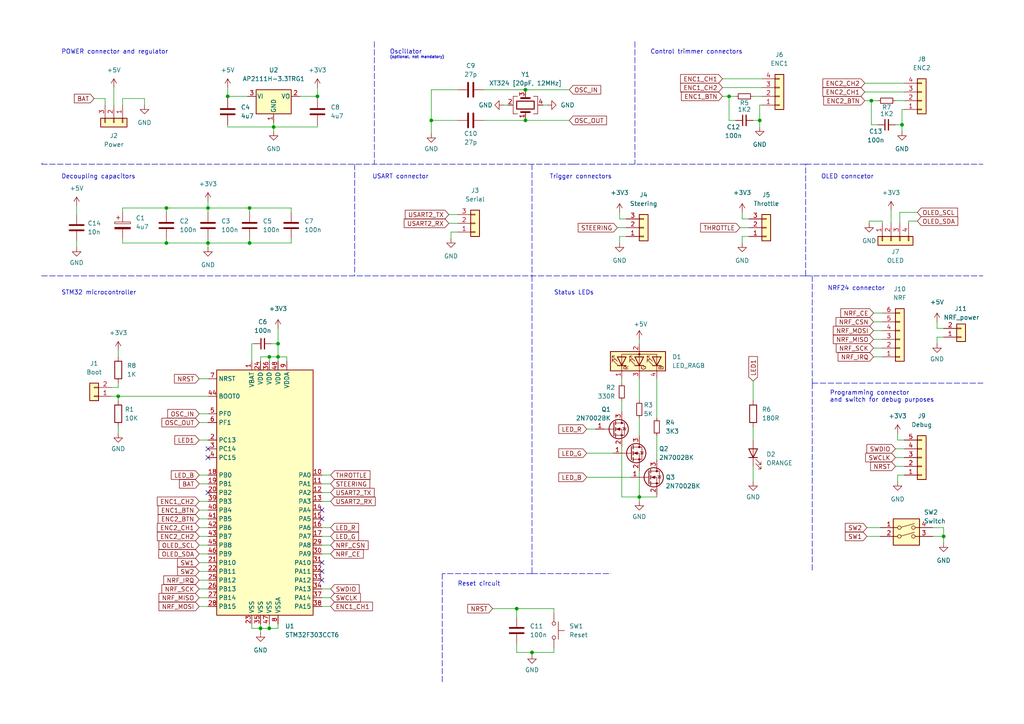
<source format=kicad_sch>
(kicad_sch (version 20211123) (generator eeschema)
  (paper "A4")
  (title_block (title "ProjectTamiya - Transmitter") (date "2022-04-23") (rev "1"))
  (lib_symbols
    (symbol "Connector_Generic:Conn_01x02" (pin_names (offset 1.016) hide)
      (property "Reference" "J" (at 0 2.54 0))
      (property "Value" "Conn_01x02" (at 0 -5.08 0))
      (symbol "Conn_01x02_1_1"
        (pin passive line (at -5.08 0 0) (length 3.81) (name "Pin_1") (number "1"))
        (pin passive line (at -5.08 -2.54 0) (length 3.81) (name "Pin_2") (number "2"))
      )
    )
    (symbol "Connector_Generic:Conn_01x03" (pin_names (offset 1.016) hide)
      (property "Reference" "J" (at 0 5.08 0))
      (property "Value" "Conn_01x03" (at 0 -5.08 0))
      (symbol "Conn_01x03_1_1"
        (pin passive line (at -5.08 2.54 0) (length 3.81) (name "Pin_1") (number "1"))
        (pin passive line (at -5.08 0 0) (length 3.81) (name "Pin_2") (number "2"))
        (pin passive line (at -5.08 -2.54 0) (length 3.81) (name "Pin_3") (number "3"))
      )
    )
    (symbol "Connector_Generic:Conn_01x04" (pin_names (offset 1.016) hide)
      (property "Reference" "J" (at 0 5.08 0))
      (property "Value" "Conn_01x04" (at 0 -7.62 0))
      (symbol "Conn_01x04_1_1"
        (pin passive line (at -5.08 2.54 0) (length 3.81) (name "Pin_1") (number "1"))
        (pin passive line (at -5.08 0 0) (length 3.81) (name "Pin_2") (number "2"))
        (pin passive line (at -5.08 -2.54 0) (length 3.81) (name "Pin_3") (number "3"))
        (pin passive line (at -5.08 -5.08 0) (length 3.81) (name "Pin_4") (number "4"))
      )
    )
    (symbol "Connector_Generic:Conn_01x05" (pin_names (offset 1.016) hide)
      (property "Reference" "J" (at 0 7.62 0))
      (property "Value" "Conn_01x05" (at 0 -7.62 0))
      (symbol "Conn_01x05_1_1"
        (pin passive line (at -5.08 5.08 0) (length 3.81) (name "Pin_1") (number "1"))
        (pin passive line (at -5.08 2.54 0) (length 3.81) (name "Pin_2") (number "2"))
        (pin passive line (at -5.08 0 0) (length 3.81) (name "Pin_3") (number "3"))
        (pin passive line (at -5.08 -2.54 0) (length 3.81) (name "Pin_4") (number "4"))
        (pin passive line (at -5.08 -5.08 0) (length 3.81) (name "Pin_5") (number "5"))
      )
    )
    (symbol "Connector_Generic:Conn_01x06" (pin_names (offset 1.016) hide)
      (property "Reference" "J" (at 0 7.62 0))
      (property "Value" "Conn_01x06" (at 0 -10.16 0))
      (symbol "Conn_01x06_1_1"
        (pin passive line (at -5.08 5.08 0) (length 3.81) (name "Pin_1") (number "1"))
        (pin passive line (at -5.08 2.54 0) (length 3.81) (name "Pin_2") (number "2"))
        (pin passive line (at -5.08 0 0) (length 3.81) (name "Pin_3") (number "3"))
        (pin passive line (at -5.08 -2.54 0) (length 3.81) (name "Pin_4") (number "4"))
        (pin passive line (at -5.08 -5.08 0) (length 3.81) (name "Pin_5") (number "5"))
        (pin passive line (at -5.08 -7.62 0) (length 3.81) (name "Pin_6") (number "6"))
      )
    )
    (symbol "Device:C" (pin_numbers hide) (pin_names (offset 0.254))
      (property "Reference" "C" (at 0.635 2.54 0))
      (property "Value" "C" (at 0.635 -2.54 0))
      (symbol "C_1_1"
        (pin passive line (at 0 3.81 270) (length 2.794) (name "~") (number "1"))
        (pin passive line (at 0 -3.81 90) (length 2.794) (name "~") (number "2"))
      )
    )
    (symbol "Device:C_Polarized" (pin_numbers hide) (pin_names (offset 0.254))
      (property "Reference" "C" (at 0.635 2.54 0))
      (property "Value" "C_Polarized" (at 0.635 -2.54 0))
      (symbol "C_Polarized_1_1"
        (pin passive line (at 0 3.81 270) (length 2.794) (name "~") (number "1"))
        (pin passive line (at 0 -3.81 90) (length 2.794) (name "~") (number "2"))
      )
    )
    (symbol "Device:C_Small" (pin_numbers hide) (pin_names (offset 0.254) hide)
      (property "Reference" "C" (at 0.254 1.778 0))
      (property "Value" "C_Small" (at 0.254 -2.032 0))
      (symbol "C_Small_1_1"
        (pin passive line (at 0 2.54 270) (length 2.032) (name "~") (number "1"))
        (pin passive line (at 0 -2.54 90) (length 2.032) (name "~") (number "2"))
      )
    )
    (symbol "Device:Crystal_GND24" (pin_names (offset 1.016) hide)
      (property "Reference" "Y" (at 3.175 5.08 0))
      (property "Value" "Crystal_GND24" (at 3.175 3.175 0))
      (symbol "Crystal_GND24_1_1"
        (pin passive line (at -3.81 0 0) (length 1.27) (name "1") (number "1"))
        (pin passive line (at 0 5.08 270) (length 1.27) (name "2") (number "2"))
        (pin passive line (at 3.81 0 180) (length 1.27) (name "3") (number "3"))
        (pin passive line (at 0 -5.08 90) (length 1.27) (name "4") (number "4"))
      )
    )
    (symbol "Device:LED" (pin_numbers hide) (pin_names (offset 1.016) hide)
      (property "Reference" "D" (at 0 2.54 0))
      (property "Value" "LED" (at 0 -2.54 0))
      (symbol "LED_1_1"
        (pin passive line (at -3.81 0 0) (length 2.54) (name "K") (number "1"))
        (pin passive line (at 3.81 0 180) (length 2.54) (name "A") (number "2"))
      )
    )
    (symbol "Device:LED_RAGB" (pin_names (offset 0) hide)
      (property "Reference" "D" (at 0 9.398 0))
      (property "Value" "LED_RAGB" (at 0 -8.89 0))
      (symbol "LED_RAGB_0_0"
        (text "B" (at -1.905 -6.35 0) (effects (font (size 1.27 1.27))))
        (text "G" (at -1.905 -1.27 0) (effects (font (size 1.27 1.27))))
        (text "R" (at -1.905 3.81 0) (effects (font (size 1.27 1.27))))
      )
      (symbol "LED_RAGB_1_1"
        (pin passive line (at -5.08 5.08 0) (length 2.54) (name "RK") (number "1"))
        (pin passive line (at 5.08 0 180) (length 2.54) (name "A") (number "2"))
        (pin passive line (at -5.08 0 0) (length 2.54) (name "GK") (number "3"))
        (pin passive line (at -5.08 -5.08 0) (length 2.54) (name "BK") (number "4"))
      )
    )
    (symbol "Device:R" (pin_numbers hide) (pin_names (offset 0))
      (property "Reference" "R" (at 2.032 0 90))
      (property "Value" "R" (at 0 0 90))
      (symbol "R_1_1"
        (pin passive line (at 0 3.81 270) (length 1.27) (name "~") (number "1"))
        (pin passive line (at 0 -3.81 90) (length 1.27) (name "~") (number "2"))
      )
    )
    (symbol "Device:R_Small" (pin_numbers hide) (pin_names (offset 0.254) hide)
      (property "Reference" "R" (at 0.762 0.508 0))
      (property "Value" "R_Small" (at 0.762 -1.016 0))
      (symbol "R_Small_1_1"
        (pin passive line (at 0 2.54 270) (length 0.762) (name "~") (number "1"))
        (pin passive line (at 0 -2.54 90) (length 0.762) (name "~") (number "2"))
      )
    )
    (symbol "MCU_ST_STM32F3:STM32F303CCTx"
      (property "Reference" "U" (at -15.24 36.83 0))
      (property "Value" "STM32F303CCTx" (at 7.62 36.83 0))
      (symbol "STM32F303CCTx_1_1"
        (pin power_in line (at -5.08 38.1 270) (length 2.54) (name "VBAT") (number "1"))
        (pin bidirectional line (at 15.24 5.08 180) (length 2.54) (name "PA0") (number "10"))
        (pin bidirectional line (at 15.24 2.54 180) (length 2.54) (name "PA1") (number "11"))
        (pin bidirectional line (at 15.24 0 180) (length 2.54) (name "PA2") (number "12"))
        (pin bidirectional line (at 15.24 -2.54 180) (length 2.54) (name "PA3") (number "13"))
        (pin bidirectional line (at 15.24 -5.08 180) (length 2.54) (name "PA4") (number "14"))
        (pin bidirectional line (at 15.24 -7.62 180) (length 2.54) (name "PA5") (number "15"))
        (pin bidirectional line (at 15.24 -10.16 180) (length 2.54) (name "PA6") (number "16"))
        (pin bidirectional line (at 15.24 -12.7 180) (length 2.54) (name "PA7") (number "17"))
        (pin bidirectional line (at -17.78 5.08 0) (length 2.54) (name "PB0") (number "18"))
        (pin bidirectional line (at -17.78 2.54 0) (length 2.54) (name "PB1") (number "19"))
        (pin bidirectional line (at -17.78 15.24 0) (length 2.54) (name "PC13") (number "2"))
        (pin bidirectional line (at -17.78 0 0) (length 2.54) (name "PB2") (number "20"))
        (pin bidirectional line (at -17.78 -20.32 0) (length 2.54) (name "PB10") (number "21"))
        (pin bidirectional line (at -17.78 -22.86 0) (length 2.54) (name "PB11") (number "22"))
        (pin power_in line (at -5.08 -38.1 90) (length 2.54) (name "VSS") (number "23"))
        (pin power_in line (at -2.54 38.1 270) (length 2.54) (name "VDD") (number "24"))
        (pin bidirectional line (at -17.78 -25.4 0) (length 2.54) (name "PB12") (number "25"))
        (pin bidirectional line (at -17.78 -27.94 0) (length 2.54) (name "PB13") (number "26"))
        (pin bidirectional line (at -17.78 -30.48 0) (length 2.54) (name "PB14") (number "27"))
        (pin bidirectional line (at -17.78 -33.02 0) (length 2.54) (name "PB15") (number "28"))
        (pin bidirectional line (at 15.24 -15.24 180) (length 2.54) (name "PA8") (number "29"))
        (pin bidirectional line (at -17.78 12.7 0) (length 2.54) (name "PC14") (number "3"))
        (pin bidirectional line (at 15.24 -17.78 180) (length 2.54) (name "PA9") (number "30"))
        (pin bidirectional line (at 15.24 -20.32 180) (length 2.54) (name "PA10") (number "31"))
        (pin bidirectional line (at 15.24 -22.86 180) (length 2.54) (name "PA11") (number "32"))
        (pin bidirectional line (at 15.24 -25.4 180) (length 2.54) (name "PA12") (number "33"))
        (pin bidirectional line (at 15.24 -27.94 180) (length 2.54) (name "PA13") (number "34"))
        (pin power_in line (at -2.54 -38.1 90) (length 2.54) (name "VSS") (number "35"))
        (pin power_in line (at 0 38.1 270) (length 2.54) (name "VDD") (number "36"))
        (pin bidirectional line (at 15.24 -30.48 180) (length 2.54) (name "PA14") (number "37"))
        (pin bidirectional line (at 15.24 -33.02 180) (length 2.54) (name "PA15") (number "38"))
        (pin bidirectional line (at -17.78 -2.54 0) (length 2.54) (name "PB3") (number "39"))
        (pin bidirectional line (at -17.78 10.16 0) (length 2.54) (name "PC15") (number "4"))
        (pin bidirectional line (at -17.78 -5.08 0) (length 2.54) (name "PB4") (number "40"))
        (pin bidirectional line (at -17.78 -7.62 0) (length 2.54) (name "PB5") (number "41"))
        (pin bidirectional line (at -17.78 -10.16 0) (length 2.54) (name "PB6") (number "42"))
        (pin bidirectional line (at -17.78 -12.7 0) (length 2.54) (name "PB7") (number "43"))
        (pin input line (at -17.78 27.94 0) (length 2.54) (name "BOOT0") (number "44"))
        (pin bidirectional line (at -17.78 -15.24 0) (length 2.54) (name "PB8") (number "45"))
        (pin bidirectional line (at -17.78 -17.78 0) (length 2.54) (name "PB9") (number "46"))
        (pin power_in line (at 0 -38.1 90) (length 2.54) (name "VSS") (number "47"))
        (pin power_in line (at 2.54 38.1 270) (length 2.54) (name "VDD") (number "48"))
        (pin input line (at -17.78 22.86 0) (length 2.54) (name "PF0") (number "5"))
        (pin input line (at -17.78 20.32 0) (length 2.54) (name "PF1") (number "6"))
        (pin input line (at -17.78 33.02 0) (length 2.54) (name "NRST") (number "7"))
        (pin power_in line (at 2.54 -38.1 90) (length 2.54) (name "VSSA") (number "8"))
        (pin power_in line (at 5.08 38.1 270) (length 2.54) (name "VDDA") (number "9"))
      )
    )
    (symbol "Regulator_Linear:LD1117S33TR_SOT223" (pin_names (offset 0.254))
      (property "Reference" "U" (at -3.81 3.175 0))
      (property "Value" "LD1117S33TR_SOT223" (at 0 3.175 0))
      (symbol "LD1117S33TR_SOT223_1_1"
        (pin power_in line (at 0 -7.62 90) (length 2.54) (name "GND") (number "1"))
        (pin power_out line (at 7.62 0 180) (length 2.54) (name "VO") (number "2"))
        (pin power_in line (at -7.62 0 0) (length 2.54) (name "VI") (number "3"))
      )
    )
    (symbol "Switch:SW_DIP_x02" (pin_names (offset 0) hide)
      (property "Reference" "SW" (at 0 6.35 0))
      (property "Value" "SW_DIP_x02" (at 0 -3.81 0))
      (symbol "SW_DIP_x02_1_1"
        (pin passive line (at -7.62 2.54 0) (length 5.08) (name "~") (number "1"))
        (pin passive line (at -7.62 0 0) (length 5.08) (name "~") (number "2"))
        (pin passive line (at 7.62 0 180) (length 5.08) (name "~") (number "3"))
        (pin passive line (at 7.62 2.54 180) (length 5.08) (name "~") (number "4"))
      )
    )
    (symbol "Switch:SW_Push" (pin_numbers hide) (pin_names (offset 1.016) hide)
      (property "Reference" "SW" (at 1.27 2.54 0))
      (property "Value" "SW_Push" (at 0 -1.524 0))
      (symbol "SW_Push_0_1"
        (pin passive line (at -5.08 0 0) (length 2.54) (name "1") (number "1"))
        (pin passive line (at 5.08 0 180) (length 2.54) (name "2") (number "2"))
      )
    )
    (symbol "Transistor_FET:2N7002" (pin_names hide)
      (property "Reference" "Q" (at 5.08 1.905 0))
      (property "Value" "2N7002" (at 5.08 0 0))
      (symbol "2N7002_1_1"
        (pin input line (at -5.08 0 0) (length 2.54) (name "G") (number "1"))
        (pin passive line (at 2.54 -5.08 90) (length 2.54) (name "S") (number "2"))
        (pin passive line (at 2.54 5.08 270) (length 2.54) (name "D") (number "3"))
      )
    )
    (symbol "power:+3.3V" (power) (pin_names (offset 0))
      (property "Value" "+3.3V" (at 0 3.556 0))
      (symbol "+3.3V_1_1"
        (pin power_in line (at 0 0 90) (length 0) hide (name "+3V3") (number "1"))
      )
    )
    (symbol "power:+3V3" (power) (pin_names (offset 0))
      (property "Value" "+3V3" (at 0 3.556 0))
      (symbol "+3V3_1_1"
        (pin power_in line (at 0 0 90) (length 0) hide (name "+3V3") (number "1"))
      )
    )
    (symbol "power:+5V" (power) (pin_names (offset 0))
      (property "Value" "+5V" (at 0 3.556 0))
      (symbol "+5V_1_1"
        (pin power_in line (at 0 0 90) (length 0) hide (name "+5V") (number "1"))
      )
    )
    (symbol "power:GND" (power) (pin_names (offset 0))
      (property "Value" "GND" (at 0 -3.81 0))
      (symbol "GND_1_1"
        (pin power_in line (at 0 0 270) (length 0) hide (name "GND") (number "1"))
      )
    )
  )
  (junction (at 78.105 182.245))
  (junction (at 79.375 36.83))
  (junction (at 34.29 114.935))
  (junction (at 72.39 60.325))
  (junction (at 211.455 27.94))
  (junction (at 92.075 27.94))
  (junction (at 154.305 189.23))
  (junction (at 125.095 34.925))
  (junction (at 152.4 34.925))
  (junction (at 80.645 103.505))
  (junction (at 185.42 144.145))
  (junction (at 75.565 182.245))
  (junction (at 60.325 70.485))
  (junction (at 48.26 60.325))
  (junction (at 48.26 70.485))
  (junction (at 66.04 27.94))
  (junction (at 78.105 103.505))
  (junction (at 252.73 29.21))
  (junction (at 60.325 60.325))
  (junction (at 220.345 34.925))
  (junction (at 80.645 99.695))
  (junction (at 261.62 36.195))
  (junction (at 273.685 155.575))
  (junction (at 149.86 176.53))
  (junction (at 152.4 26.035))
  (junction (at 72.39 70.485))
  (no_connect (at 60.325 130.175))
  (no_connect (at 60.325 142.875))
  (no_connect (at 93.345 147.955))
  (no_connect (at 93.345 150.495))
  (no_connect (at 93.345 163.195))
  (no_connect (at 93.345 165.735))
  (no_connect (at 93.345 168.275))
  (no_connect (at 60.325 132.715))
  (wire (pts (xy 75.565 182.245) (xy 75.565 183.515)))
  (polyline (pts (xy 154.305 47.625) (xy 154.305 80.01)))
  (wire (pts (xy 258.445 60.96) (xy 258.445 64.77)))
  (polyline (pts (xy 235.585 80.01) (xy 235.585 111.125)))
  (wire (pts (xy 266.065 64.135) (xy 263.525 64.135)))
  (wire (pts (xy 190.5 144.145) (xy 190.5 143.51)))
  (polyline (pts (xy 233.68 47.625) (xy 234.315 47.625)))
  (wire (pts (xy 179.07 66.04) (xy 181.61 66.04)))
  (wire (pts (xy 57.785 165.735) (xy 60.325 165.735)))
  (wire (pts (xy 83.185 103.505) (xy 83.185 104.775)))
  (wire (pts (xy 80.645 99.695) (xy 80.645 103.505)))
  (wire (pts (xy 57.785 160.655) (xy 60.325 160.655)))
  (wire (pts (xy 209.55 27.94) (xy 211.455 27.94)))
  (wire (pts (xy 220.345 36.83) (xy 220.345 34.925)))
  (wire (pts (xy 93.345 175.895) (xy 95.885 175.895)))
  (wire (pts (xy 259.715 130.175) (xy 262.255 130.175)))
  (wire (pts (xy 261.62 38.1) (xy 261.62 36.195)))
  (wire (pts (xy 22.225 69.85) (xy 22.225 71.755)))
  (wire (pts (xy 93.345 173.355) (xy 95.885 173.355)))
  (wire (pts (xy 260.985 61.595) (xy 260.985 64.77)))
  (wire (pts (xy 57.785 140.335) (xy 60.325 140.335)))
  (wire (pts (xy 271.78 97.79) (xy 273.685 97.79)))
  (wire (pts (xy 154.305 189.23) (xy 149.86 189.23)))
  (wire (pts (xy 48.26 69.215) (xy 48.26 70.485)))
  (wire (pts (xy 60.325 69.215) (xy 60.325 70.485)))
  (wire (pts (xy 33.02 25.4) (xy 33.02 30.48)))
  (wire (pts (xy 48.26 60.325) (xy 60.325 60.325)))
  (wire (pts (xy 60.325 58.42) (xy 60.325 60.325)))
  (wire (pts (xy 75.565 103.505) (xy 78.105 103.505)))
  (wire (pts (xy 180.34 116.205) (xy 180.34 119.38)))
  (wire (pts (xy 253.365 90.805) (xy 255.905 90.805)))
  (wire (pts (xy 215.265 63.5) (xy 217.17 63.5)))
  (wire (pts (xy 149.86 189.23) (xy 149.86 186.69)))
  (wire (pts (xy 252.73 36.195) (xy 254.635 36.195)))
  (wire (pts (xy 48.26 70.485) (xy 60.325 70.485)))
  (polyline (pts (xy 233.68 47.625) (xy 187.325 47.625)))
  (wire (pts (xy 190.5 109.855) (xy 190.5 121.285)))
  (wire (pts (xy 80.645 95.25) (xy 80.645 99.695)))
  (wire (pts (xy 160.655 176.53) (xy 160.655 177.8)))
  (polyline (pts (xy 235.585 111.125) (xy 235.585 165.735)))
  (wire (pts (xy 57.785 122.555) (xy 60.325 122.555)))
  (wire (pts (xy 149.86 176.53) (xy 160.655 176.53)))
  (wire (pts (xy 263.525 64.135) (xy 263.525 64.77)))
  (wire (pts (xy 270.51 153.035) (xy 273.685 153.035)))
  (wire (pts (xy 214.63 66.04) (xy 217.17 66.04)))
  (wire (pts (xy 253.365 100.965) (xy 255.905 100.965)))
  (wire (pts (xy 92.075 27.94) (xy 92.075 28.575)))
  (polyline (pts (xy 166.37 47.625) (xy 187.325 47.625)))
  (polyline (pts (xy 12.065 47.625) (xy 60.96 47.625)))
  (polyline (pts (xy 154.305 80.01) (xy 154.305 166.37)))
  (wire (pts (xy 170.18 138.43) (xy 182.88 138.43)))
  (polyline (pts (xy 233.68 80.01) (xy 166.37 80.01)))
  (wire (pts (xy 79.375 35.56) (xy 79.375 36.83)))
  (wire (pts (xy 75.565 182.245) (xy 78.105 182.245)))
  (wire (pts (xy 93.345 170.815) (xy 95.885 170.815)))
  (wire (pts (xy 185.42 144.145) (xy 185.42 145.415)))
  (wire (pts (xy 78.105 180.975) (xy 78.105 182.245)))
  (wire (pts (xy 48.26 61.595) (xy 48.26 60.325)))
  (wire (pts (xy 146.05 30.48) (xy 147.32 30.48)))
  (wire (pts (xy 72.39 70.485) (xy 84.455 70.485)))
  (wire (pts (xy 185.42 98.425) (xy 185.42 99.695)))
  (wire (pts (xy 41.91 28.575) (xy 41.91 30.48)))
  (wire (pts (xy 84.455 60.325) (xy 84.455 61.595)))
  (wire (pts (xy 259.715 132.715) (xy 262.255 132.715)))
  (wire (pts (xy 211.455 27.94) (xy 211.455 34.925)))
  (wire (pts (xy 66.04 36.195) (xy 66.04 36.83)))
  (wire (pts (xy 75.565 180.975) (xy 75.565 182.245)))
  (polyline (pts (xy 154.305 166.37) (xy 128.27 166.37)))
  (wire (pts (xy 140.335 26.035) (xy 152.4 26.035)))
  (wire (pts (xy 185.42 121.285) (xy 185.42 126.365)))
  (wire (pts (xy 93.345 153.035) (xy 95.885 153.035)))
  (wire (pts (xy 218.44 135.255) (xy 218.44 139.7)))
  (wire (pts (xy 250.825 26.67) (xy 262.255 26.67)))
  (wire (pts (xy 273.685 157.48) (xy 273.685 155.575)))
  (wire (pts (xy 215.265 68.58) (xy 215.265 70.485)))
  (wire (pts (xy 78.105 182.245) (xy 80.645 182.245)))
  (wire (pts (xy 152.4 34.925) (xy 165.1 34.925)))
  (wire (pts (xy 125.095 34.925) (xy 132.715 34.925)))
  (wire (pts (xy 181.61 68.58) (xy 179.705 68.58)))
  (wire (pts (xy 57.785 137.795) (xy 60.325 137.795)))
  (wire (pts (xy 220.345 34.925) (xy 220.345 30.48)))
  (wire (pts (xy 250.825 29.21) (xy 252.73 29.21)))
  (wire (pts (xy 95.885 142.875) (xy 93.345 142.875)))
  (wire (pts (xy 252.095 64.77) (xy 252.095 64.135)))
  (polyline (pts (xy 111.76 47.625) (xy 60.96 47.625)))
  (wire (pts (xy 32.385 112.395) (xy 34.29 112.395)))
  (wire (pts (xy 27.305 28.575) (xy 30.48 28.575)))
  (wire (pts (xy 130.175 62.23) (xy 132.715 62.23)))
  (wire (pts (xy 75.565 103.505) (xy 75.565 104.775)))
  (wire (pts (xy 218.44 27.94) (xy 220.98 27.94)))
  (wire (pts (xy 60.325 150.495) (xy 57.785 150.495)))
  (wire (pts (xy 60.325 60.325) (xy 72.39 60.325)))
  (wire (pts (xy 154.305 189.23) (xy 154.305 189.865)))
  (wire (pts (xy 32.385 114.935) (xy 34.29 114.935)))
  (wire (pts (xy 179.705 63.5) (xy 181.61 63.5)))
  (wire (pts (xy 185.42 136.525) (xy 185.42 144.145)))
  (wire (pts (xy 72.39 60.325) (xy 72.39 61.595)))
  (wire (pts (xy 34.29 101.6) (xy 34.29 103.505)))
  (wire (pts (xy 130.175 64.77) (xy 132.715 64.77)))
  (wire (pts (xy 72.39 60.325) (xy 84.455 60.325)))
  (wire (pts (xy 152.4 26.67) (xy 152.4 26.035)))
  (wire (pts (xy 57.785 109.855) (xy 60.325 109.855)))
  (polyline (pts (xy 233.68 80.01) (xy 285.115 80.01)))
  (wire (pts (xy 78.105 103.505) (xy 78.105 104.775)))
  (wire (pts (xy 84.455 70.485) (xy 84.455 69.215)))
  (wire (pts (xy 22.225 59.69) (xy 22.225 62.23)))
  (wire (pts (xy 60.325 70.485) (xy 72.39 70.485)))
  (wire (pts (xy 79.375 36.83) (xy 79.375 38.1)))
  (wire (pts (xy 179.705 68.58) (xy 179.705 70.485)))
  (wire (pts (xy 217.17 68.58) (xy 215.265 68.58)))
  (wire (pts (xy 130.81 67.31) (xy 132.715 67.31)))
  (polyline (pts (xy 166.37 47.625) (xy 111.76 47.625)))
  (polyline (pts (xy 102.87 47.625) (xy 102.87 80.01)))
  (wire (pts (xy 93.345 145.415) (xy 95.885 145.415)))
  (wire (pts (xy 73.025 180.975) (xy 73.025 182.245)))
  (wire (pts (xy 57.785 127.635) (xy 60.325 127.635)))
  (wire (pts (xy 218.44 110.49) (xy 218.44 116.205)))
  (wire (pts (xy 220.345 30.48) (xy 220.98 30.48)))
  (wire (pts (xy 140.335 34.925) (xy 152.4 34.925)))
  (wire (pts (xy 261.62 31.75) (xy 262.255 31.75)))
  (wire (pts (xy 259.715 36.195) (xy 261.62 36.195)))
  (wire (pts (xy 262.255 137.795) (xy 260.35 137.795)))
  (wire (pts (xy 259.715 135.255) (xy 262.255 135.255)))
  (polyline (pts (xy 108.585 12.065) (xy 108.585 47.625)))
  (wire (pts (xy 185.42 109.855) (xy 185.42 116.205)))
  (polyline (pts (xy 235.585 111.125) (xy 285.115 111.125)))
  (wire (pts (xy 154.305 189.23) (xy 160.655 189.23)))
  (polyline (pts (xy 233.68 47.625) (xy 285.115 47.625)))
  (wire (pts (xy 57.785 168.275) (xy 60.325 168.275)))
  (wire (pts (xy 92.075 36.83) (xy 79.375 36.83)))
  (polyline (pts (xy 12.192 47.244) (xy 12.192 47.498)))
  (wire (pts (xy 252.73 29.21) (xy 254.635 29.21)))
  (wire (pts (xy 35.56 30.48) (xy 35.56 28.575)))
  (wire (pts (xy 271.78 95.25) (xy 271.78 93.345)))
  (wire (pts (xy 152.4 26.035) (xy 165.1 26.035)))
  (wire (pts (xy 190.5 126.365) (xy 190.5 133.35)))
  (wire (pts (xy 93.345 140.335) (xy 95.885 140.335)))
  (wire (pts (xy 66.04 36.83) (xy 79.375 36.83)))
  (wire (pts (xy 30.48 28.575) (xy 30.48 30.48)))
  (wire (pts (xy 273.685 95.25) (xy 271.78 95.25)))
  (wire (pts (xy 66.04 27.94) (xy 66.04 28.575)))
  (wire (pts (xy 66.04 25.4) (xy 66.04 27.94)))
  (wire (pts (xy 211.455 34.925) (xy 213.36 34.925)))
  (wire (pts (xy 180.34 129.54) (xy 180.34 144.145)))
  (wire (pts (xy 209.55 25.4) (xy 220.98 25.4)))
  (wire (pts (xy 250.825 24.13) (xy 262.255 24.13)))
  (wire (pts (xy 73.025 99.695) (xy 73.025 104.775)))
  (polyline (pts (xy 233.68 80.01) (xy 233.68 47.625)))
  (wire (pts (xy 259.715 29.21) (xy 262.255 29.21)))
  (wire (pts (xy 57.785 163.195) (xy 60.325 163.195)))
  (wire (pts (xy 60.325 70.485) (xy 60.325 71.755)))
  (wire (pts (xy 218.44 123.825) (xy 218.44 127.635)))
  (wire (pts (xy 73.025 182.245) (xy 75.565 182.245)))
  (wire (pts (xy 73.025 99.695) (xy 73.66 99.695)))
  (wire (pts (xy 180.34 109.855) (xy 180.34 111.125)))
  (wire (pts (xy 142.875 176.53) (xy 149.86 176.53)))
  (wire (pts (xy 255.905 64.135) (xy 255.905 64.77)))
  (wire (pts (xy 78.105 103.505) (xy 80.645 103.505)))
  (wire (pts (xy 252.095 64.135) (xy 255.905 64.135)))
  (wire (pts (xy 93.345 160.655) (xy 95.885 160.655)))
  (wire (pts (xy 57.785 170.815) (xy 60.325 170.815)))
  (polyline (pts (xy 154.305 166.37) (xy 177.165 166.37)))
  (wire (pts (xy 273.685 155.575) (xy 270.51 155.575)))
  (wire (pts (xy 209.55 22.86) (xy 220.98 22.86)))
  (wire (pts (xy 170.18 131.445) (xy 177.8 131.445)))
  (wire (pts (xy 66.04 27.94) (xy 71.755 27.94)))
  (wire (pts (xy 253.365 93.345) (xy 255.905 93.345)))
  (wire (pts (xy 57.785 145.415) (xy 60.325 145.415)))
  (wire (pts (xy 57.785 175.895) (xy 60.325 175.895)))
  (wire (pts (xy 86.995 27.94) (xy 92.075 27.94)))
  (wire (pts (xy 80.645 103.505) (xy 80.645 104.775)))
  (wire (pts (xy 34.29 125.73) (xy 34.29 123.825)))
  (wire (pts (xy 93.345 137.795) (xy 95.885 137.795)))
  (wire (pts (xy 180.34 144.145) (xy 185.42 144.145)))
  (wire (pts (xy 251.46 153.035) (xy 255.27 153.035)))
  (wire (pts (xy 92.075 36.195) (xy 92.075 36.83)))
  (polyline (pts (xy 103.505 80.01) (xy 166.37 80.01)))
  (wire (pts (xy 35.56 69.215) (xy 35.56 70.485)))
  (wire (pts (xy 34.29 111.125) (xy 34.29 112.395)))
  (wire (pts (xy 125.095 38.735) (xy 125.095 34.925)))
  (wire (pts (xy 271.78 99.695) (xy 271.78 97.79)))
  (wire (pts (xy 218.44 34.925) (xy 220.345 34.925)))
  (wire (pts (xy 262.255 127.635) (xy 260.35 127.635)))
  (wire (pts (xy 60.325 61.595) (xy 60.325 60.325)))
  (wire (pts (xy 273.685 153.035) (xy 273.685 155.575)))
  (wire (pts (xy 185.42 144.145) (xy 190.5 144.145)))
  (wire (pts (xy 253.365 98.425) (xy 255.905 98.425)))
  (wire (pts (xy 149.86 176.53) (xy 149.86 179.07)))
  (wire (pts (xy 60.325 153.035) (xy 57.785 153.035)))
  (wire (pts (xy 57.785 147.955) (xy 60.325 147.955)))
  (wire (pts (xy 57.785 120.015) (xy 60.325 120.015)))
  (wire (pts (xy 260.35 125.73) (xy 260.35 127.635)))
  (polyline (pts (xy 184.15 12.065) (xy 184.15 47.625)))
  (wire (pts (xy 179.705 61.595) (xy 179.705 63.5)))
  (wire (pts (xy 35.56 28.575) (xy 41.91 28.575)))
  (wire (pts (xy 57.785 158.115) (xy 60.325 158.115)))
  (wire (pts (xy 253.365 95.885) (xy 255.905 95.885)))
  (wire (pts (xy 261.62 36.195) (xy 261.62 31.75)))
  (wire (pts (xy 252.73 29.21) (xy 252.73 36.195)))
  (wire (pts (xy 34.29 114.935) (xy 60.325 114.935)))
  (wire (pts (xy 35.56 61.595) (xy 35.56 60.325)))
  (wire (pts (xy 170.18 124.46) (xy 172.72 124.46)))
  (wire (pts (xy 57.785 173.355) (xy 60.325 173.355)))
  (wire (pts (xy 125.095 26.035) (xy 125.095 34.925)))
  (wire (pts (xy 260.35 137.795) (xy 260.35 139.7)))
  (wire (pts (xy 130.81 69.215) (xy 130.81 67.31)))
  (wire (pts (xy 251.46 155.575) (xy 255.27 155.575)))
  (wire (pts (xy 157.48 30.48) (xy 158.75 30.48)))
  (wire (pts (xy 152.4 34.29) (xy 152.4 34.925)))
  (wire (pts (xy 78.74 99.695) (xy 80.645 99.695)))
  (wire (pts (xy 60.325 155.575) (xy 57.785 155.575)))
  (wire (pts (xy 211.455 27.94) (xy 213.36 27.94)))
  (wire (pts (xy 253.365 103.505) (xy 255.905 103.505)))
  (polyline (pts (xy 12.065 80.01) (xy 102.87 80.01)))
  (wire (pts (xy 80.645 182.245) (xy 80.645 180.975)))
  (wire (pts (xy 132.715 26.035) (xy 125.095 26.035)))
  (wire (pts (xy 215.265 61.595) (xy 215.265 63.5)))
  (wire (pts (xy 92.075 25.4) (xy 92.075 27.94)))
  (wire (pts (xy 93.345 155.575) (xy 95.885 155.575)))
  (wire (pts (xy 72.39 69.215) (xy 72.39 70.485)))
  (wire (pts (xy 93.345 158.115) (xy 95.885 158.115)))
  (wire (pts (xy 80.645 103.505) (xy 83.185 103.505)))
  (wire (pts (xy 35.56 60.325) (xy 48.26 60.325)))
  (wire (pts (xy 260.985 61.595) (xy 266.065 61.595)))
  (polyline (pts (xy 128.27 166.37) (xy 128.27 198.12)))
  (wire (pts (xy 34.29 116.205) (xy 34.29 114.935)))
  (wire (pts (xy 35.56 70.485) (xy 48.26 70.485)))
  (wire (pts (xy 160.655 187.96) (xy 160.655 189.23)))
  (text "Status LEDs" (at 160.655 85.725 0) (effects (font (size 1.27 1.27)) (justify left bottom)))
  (text "(optional, not mandatory)" (at 113.03 17.145 0) (effects (font (size 0.8 0.8)) (justify left bottom)))
  (text "Oscillator" (at 113.03 15.875 0) (effects (font (size 1.27 1.27)) (justify left bottom)))
  (text "Control trimmer connectors" (at 188.595 15.875 0) (effects (font (size 1.27 1.27)) (justify left bottom)))
  (text "OLED conncetor" (at 238.125 52.07 0) (effects (font (size 1.27 1.27)) (justify left bottom)))
  (text "USART connector" (at 107.95 52.07 0) (effects (font (size 1.27 1.27)) (justify left bottom)))
  (text "Programming connector\nand switch for debug purposes" (at 240.665 116.84 0) (effects (font (size 1.27 1.27)) (justify left bottom)))
  (text "POWER connector and regulator" (at 17.78 15.875 0) (effects (font (size 1.27 1.27)) (justify left bottom)))
  (text "STM32 microcontroller" (at 17.78 85.725 0) (effects (font (size 1.27 1.27)) (justify left bottom)))
  (text "Trigger connectors" (at 159.385 52.07 0) (effects (font (size 1.27 1.27)) (justify left bottom)))
  (text "NRF24 connector" (at 240.03 84.455 0) (effects (font (size 1.27 1.27)) (justify left bottom)))
  (text "Decoupling capacitors" (at 17.78 52.07 0) (effects (font (size 1.27 1.27)) (justify left bottom)))
  (text "Reset circuit" (at 132.715 170.18 0) (effects (font (size 1.27 1.27)) (justify left bottom)))
  (global_label "USART2_TX" (shape input) (at 130.175 62.23 180) (property "Intersheet References" "${INTERSHEET_REFS}" (effects hide)))
  (global_label "NRF_CSN" (shape input) (at 253.365 93.345 180) (property "Intersheet References" "${INTERSHEET_REFS}" (effects hide)))
  (global_label "SWCLK" (shape input) (at 259.715 132.715 180) (property "Intersheet References" "${INTERSHEET_REFS}" (effects hide)))
  (global_label "LED1" (shape input) (at 218.44 110.49 90) (property "Intersheet References" "${INTERSHEET_REFS}" (effects hide)))
  (global_label "NRF_SCK" (shape input) (at 253.365 100.965 180) (property "Intersheet References" "${INTERSHEET_REFS}" (effects hide)))
  (global_label "NRST" (shape input) (at 142.875 176.53 180) (property "Intersheet References" "${INTERSHEET_REFS}" (effects hide)))
  (global_label "NRST" (shape input) (at 57.785 109.855 180) (property "Intersheet References" "${INTERSHEET_REFS}" (effects hide)))
  (global_label "ENC1_CH2" (shape input) (at 57.785 145.415 180) (property "Intersheet References" "${INTERSHEET_REFS}" (effects hide)))
  (global_label "LED_B" (shape input) (at 57.785 137.795 180) (property "Intersheet References" "${INTERSHEET_REFS}" (effects hide)))
  (global_label "OSC_OUT" (shape input) (at 57.785 122.555 180) (property "Intersheet References" "${INTERSHEET_REFS}" (effects hide)))
  (global_label "ENC2_BTN" (shape input) (at 57.785 150.495 180) (property "Intersheet References" "${INTERSHEET_REFS}" (effects hide)))
  (global_label "SWCLK" (shape input) (at 95.885 173.355 0) (property "Intersheet References" "${INTERSHEET_REFS}" (effects hide)))
  (global_label "ENC1_CH1" (shape input) (at 95.885 175.895 0) (property "Intersheet References" "${INTERSHEET_REFS}" (effects hide)))
  (global_label "OLED_SCL" (shape input) (at 266.065 61.595 0) (property "Intersheet References" "${INTERSHEET_REFS}" (effects hide)))
  (global_label "NRST" (shape input) (at 259.715 135.255 180) (property "Intersheet References" "${INTERSHEET_REFS}" (effects hide)))
  (global_label "OLED_SCL" (shape input) (at 57.785 158.115 180) (property "Intersheet References" "${INTERSHEET_REFS}" (effects hide)))
  (global_label "ENC2_CH1" (shape input) (at 250.825 26.67 180) (property "Intersheet References" "${INTERSHEET_REFS}" (effects hide)))
  (global_label "ENC1_CH1" (shape input) (at 209.55 22.86 180) (property "Intersheet References" "${INTERSHEET_REFS}" (effects hide)))
  (global_label "BAT" (shape input) (at 27.305 28.575 180) (property "Intersheet References" "${INTERSHEET_REFS}" (effects hide)))
  (global_label "NRF_CE" (shape input) (at 253.365 90.805 180) (property "Intersheet References" "${INTERSHEET_REFS}" (effects hide)))
  (global_label "OLED_SDA" (shape input) (at 57.785 160.655 180) (property "Intersheet References" "${INTERSHEET_REFS}" (effects hide)))
  (global_label "ENC2_CH2" (shape input) (at 250.825 24.13 180) (property "Intersheet References" "${INTERSHEET_REFS}" (effects hide)))
  (global_label "NRF_MOSI" (shape input) (at 57.785 175.895 180) (property "Intersheet References" "${INTERSHEET_REFS}" (effects hide)))
  (global_label "SW1" (shape input) (at 251.46 155.575 180) (property "Intersheet References" "${INTERSHEET_REFS}" (effects hide)))
  (global_label "SWDIO" (shape input) (at 95.885 170.815 0) (property "Intersheet References" "${INTERSHEET_REFS}" (effects hide)))
  (global_label "USART2_TX" (shape input) (at 95.885 142.875 0) (property "Intersheet References" "${INTERSHEET_REFS}" (effects hide)))
  (global_label "SWDIO" (shape input) (at 259.715 130.175 180) (property "Intersheet References" "${INTERSHEET_REFS}" (effects hide)))
  (global_label "LED_R" (shape input) (at 95.885 153.035 0) (property "Intersheet References" "${INTERSHEET_REFS}" (effects hide)))
  (global_label "THROTTLE" (shape input) (at 95.885 137.795 0) (property "Intersheet References" "${INTERSHEET_REFS}" (effects hide)))
  (global_label "LED_R" (shape input) (at 170.18 124.46 180) (property "Intersheet References" "${INTERSHEET_REFS}" (effects hide)))
  (global_label "OLED_SDA" (shape input) (at 266.065 64.135 0) (property "Intersheet References" "${INTERSHEET_REFS}" (effects hide)))
  (global_label "NRF_MISO" (shape input) (at 253.365 98.425 180) (property "Intersheet References" "${INTERSHEET_REFS}" (effects hide)))
  (global_label "BAT" (shape input) (at 57.785 140.335 180) (property "Intersheet References" "${INTERSHEET_REFS}" (effects hide)))
  (global_label "ENC1_BTN" (shape input) (at 209.55 27.94 180) (property "Intersheet References" "${INTERSHEET_REFS}" (effects hide)))
  (global_label "LED_G" (shape input) (at 95.885 155.575 0) (property "Intersheet References" "${INTERSHEET_REFS}" (effects hide)))
  (global_label "NRF_SCK" (shape input) (at 57.785 170.815 180) (property "Intersheet References" "${INTERSHEET_REFS}" (effects hide)))
  (global_label "SW1" (shape input) (at 57.785 163.195 180) (property "Intersheet References" "${INTERSHEET_REFS}" (effects hide)))
  (global_label "USART2_RX" (shape input) (at 95.885 145.415 0) (property "Intersheet References" "${INTERSHEET_REFS}" (effects hide)))
  (global_label "ENC2_CH2" (shape input) (at 57.785 155.575 180) (property "Intersheet References" "${INTERSHEET_REFS}" (effects hide)))
  (global_label "NRF_CE" (shape input) (at 95.885 160.655 0) (property "Intersheet References" "${INTERSHEET_REFS}" (effects hide)))
  (global_label "SW2" (shape input) (at 251.46 153.035 180) (property "Intersheet References" "${INTERSHEET_REFS}" (effects hide)))
  (global_label "NRF_IRQ" (shape input) (at 253.365 103.505 180) (property "Intersheet References" "${INTERSHEET_REFS}" (effects hide)))
  (global_label "OSC_OUT" (shape input) (at 165.1 34.925 0) (property "Intersheet References" "${INTERSHEET_REFS}" (effects hide)))
  (global_label "NRF_MISO" (shape input) (at 57.785 173.355 180) (property "Intersheet References" "${INTERSHEET_REFS}" (effects hide)))
  (global_label "NRF_IRQ" (shape input) (at 57.785 168.275 180) (property "Intersheet References" "${INTERSHEET_REFS}" (effects hide)))
  (global_label "USART2_RX" (shape input) (at 130.175 64.77 180) (property "Intersheet References" "${INTERSHEET_REFS}" (effects hide)))
  (global_label "OSC_IN" (shape input) (at 57.785 120.015 180) (property "Intersheet References" "${INTERSHEET_REFS}" (effects hide)))
  (global_label "THROTTLE" (shape input) (at 214.63 66.04 180) (property "Intersheet References" "${INTERSHEET_REFS}" (effects hide)))
  (global_label "LED_G" (shape input) (at 170.18 131.445 180) (property "Intersheet References" "${INTERSHEET_REFS}" (effects hide)))
  (global_label "ENC1_CH2" (shape input) (at 209.55 25.4 180) (property "Intersheet References" "${INTERSHEET_REFS}" (effects hide)))
  (global_label "ENC2_CH1" (shape input) (at 57.785 153.035 180) (property "Intersheet References" "${INTERSHEET_REFS}" (effects hide)))
  (global_label "STEERING" (shape input) (at 179.07 66.04 180) (property "Intersheet References" "${INTERSHEET_REFS}" (effects hide)))
  (global_label "ENC1_BTN" (shape input) (at 57.785 147.955 180) (property "Intersheet References" "${INTERSHEET_REFS}" (effects hide)))
  (global_label "LED1" (shape input) (at 57.785 127.635 180) (property "Intersheet References" "${INTERSHEET_REFS}" (effects hide)))
  (global_label "STEERING" (shape input) (at 95.885 140.335 0) (property "Intersheet References" "${INTERSHEET_REFS}" (effects hide)))
  (global_label "ENC2_BTN" (shape input) (at 250.825 29.21 180) (property "Intersheet References" "${INTERSHEET_REFS}" (effects hide)))
  (global_label "OSC_IN" (shape input) (at 165.1 26.035 0) (property "Intersheet References" "${INTERSHEET_REFS}" (effects hide)))
  (global_label "LED_B" (shape input) (at 170.18 138.43 180) (property "Intersheet References" "${INTERSHEET_REFS}" (effects hide)))
  (global_label "NRF_CSN" (shape input) (at 95.885 158.115 0) (property "Intersheet References" "${INTERSHEET_REFS}" (effects hide)))
  (global_label "NRF_MOSI" (shape input) (at 253.365 95.885 180) (property "Intersheet References" "${INTERSHEET_REFS}" (effects hide)))
  (global_label "SW2" (shape input) (at 57.785 165.735 180) (property "Intersheet References" "${INTERSHEET_REFS}" (effects hide)))
  (symbol (lib_id "Device:C") (at 136.525 34.925 90) (unit 1)
    (property "Reference" "C10" (at 136.525 38.735 90))
    (property "Value" "27p" (at 136.525 41.275 90))
    (property "Footprint" "Capacitor_SMD:C_0603_1608Metric_Pad1.08x0.95mm_HandSolder" (effects hide))
  )
  (symbol (lib_id "Device:R_Small") (at 185.42 118.745 0) (unit 1)
    (property "Reference" "R3" (at 186.69 117.475 0) (effects (justify left)))
    (property "Value" "5K" (at 186.69 120.015 0) (effects (justify left)))
    (property "Footprint" "Resistor_THT:R_Axial_DIN0204_L3.6mm_D1.6mm_P2.54mm_Vertical" (effects hide))
  )
  (symbol (lib_id "Device:R_Small") (at 257.175 29.21 90) (unit 1)
    (property "Reference" "R7" (at 257.175 31.115 90))
    (property "Value" "1K2" (at 257.175 33.02 90))
    (property "Footprint" "Resistor_SMD:R_0603_1608Metric_Pad0.98x0.95mm_HandSolder" (effects hide))
  )
  (symbol (lib_id "Device:C") (at 84.455 65.405 0) (unit 1)
    (property "Reference" "C7" (at 88.265 64.1349 0) (effects (justify left)))
    (property "Value" "100n" (at 88.265 66.6749 0) (effects (justify left)))
    (property "Footprint" "Capacitor_SMD:C_0603_1608Metric_Pad1.08x0.95mm_HandSolder" (effects hide))
  )
  (symbol (lib_id "Device:Crystal_GND24") (at 152.4 30.48 90) (unit 1)
    (property "Reference" "Y1" (at 152.4 21.59 90))
    (property "Value" "XT324 [20pF, 12MHz]" (at 152.4 24.13 90))
    (property "Footprint" "Crystal:Crystal_SMD_3225-4Pin_3.2x2.5mm_HandSoldering" (effects hide))
  )
  (symbol (lib_id "power:GND") (at 60.325 71.755 0) (unit 1)
    (property "Reference" "#PWR06" (effects hide))
    (property "Value" "GND" (at 60.325 76.835 0))
  )
  (symbol (lib_id "Device:C") (at 48.26 65.405 0) (unit 1)
    (property "Reference" "C2" (at 52.07 64.1349 0) (effects (justify left)))
    (property "Value" "100n" (at 52.07 66.6749 0) (effects (justify left)))
    (property "Footprint" "Capacitor_SMD:C_0603_1608Metric_Pad1.08x0.95mm_HandSolder" (effects hide))
  )
  (symbol (lib_id "Device:C") (at 136.525 26.035 90) (unit 1)
    (property "Reference" "C9" (at 136.525 19.05 90))
    (property "Value" "27p" (at 136.525 21.59 90))
    (property "Footprint" "Capacitor_SMD:C_0603_1608Metric_Pad1.08x0.95mm_HandSolder" (effects hide))
  )
  (symbol (lib_id "power:GND") (at 218.44 139.7 0) (unit 1)
    (property "Reference" "#PWR023" (effects hide))
    (property "Value" "GND" (at 218.44 144.145 0))
  )
  (symbol (lib_id "Device:R_Small") (at 190.5 123.825 0) (unit 1)
    (property "Reference" "R4" (at 193.04 122.5549 0) (effects (justify left)))
    (property "Value" "3K3" (at 193.04 125.0949 0) (effects (justify left)))
    (property "Footprint" "Resistor_THT:R_Axial_DIN0204_L3.6mm_D1.6mm_P2.54mm_Vertical" (effects hide))
  )
  (symbol (lib_id "power:+3.3V") (at 34.29 101.6 0) (unit 1)
    (property "Reference" "#PWR02" (effects hide))
    (property "Value" "+3.3V" (at 34.29 96.52 0))
  )
  (symbol (lib_id "power:GND") (at 220.345 36.83 0) (unit 1)
    (property "Reference" "#PWR024" (effects hide))
    (property "Value" "GND" (at 220.345 41.91 0))
  )
  (symbol (lib_id "power:GND") (at 252.095 64.77 0) (unit 1)
    (property "Reference" "#PWR025" (effects hide))
    (property "Value" "GND" (at 252.095 69.85 0))
  )
  (symbol (lib_id "power:GND") (at 146.05 30.48 270) (unit 1)
    (property "Reference" "#PWR014" (effects hide))
    (property "Value" "GND" (at 142.875 30.4799 90) (effects (justify right)))
  )
  (symbol (lib_id "Connector_Generic:Conn_01x02") (at 27.305 114.935 180) (unit 1)
    (property "Reference" "J1" (at 27.305 105.41 0))
    (property "Value" "Boot" (at 27.305 107.95 0))
    (property "Footprint" "Connector_PinHeader_2.54mm:PinHeader_1x02_P2.54mm_Vertical" (effects hide))
  )
  (symbol (lib_id "Connector_Generic:Conn_01x03") (at 33.02 35.56 270) (unit 1)
    (property "Reference" "J2" (at 33.02 39.37 90))
    (property "Value" "Power" (at 33.02 41.91 90))
    (property "Footprint" "Connector_JST:JST_XH_S3B-XH-A_1x03_P2.50mm_Horizontal" (effects hide))
  )
  (symbol (lib_id "power:GND") (at 215.265 70.485 0) (unit 1)
    (property "Reference" "#PWR022" (effects hide))
    (property "Value" "GND" (at 215.265 75.565 0))
  )
  (symbol (lib_id "Device:C") (at 149.86 182.88 0) (unit 1)
    (property "Reference" "C11" (at 153.67 181.6099 0) (effects (justify left)))
    (property "Value" "100n" (at 153.67 184.1499 0) (effects (justify left)))
    (property "Footprint" "Capacitor_SMD:C_0603_1608Metric_Pad1.08x0.95mm_HandSolder" (effects hide))
  )
  (symbol (lib_id "Device:R_Small") (at 180.34 113.665 0) (unit 1)
    (property "Reference" "R2" (at 178.435 112.395 0) (effects (justify right)))
    (property "Value" "330R" (at 178.435 114.935 0) (effects (justify right)))
    (property "Footprint" "Resistor_THT:R_Axial_DIN0204_L3.6mm_D1.6mm_P2.54mm_Vertical" (effects hide))
  )
  (symbol (lib_id "Transistor_FET:2N7002") (at 182.88 131.445 0) (unit 1)
    (property "Reference" "Q2" (at 191.135 130.175 0) (effects (justify left)))
    (property "Value" "2N7002BK" (at 191.135 132.715 0) (effects (justify left)))
    (property "Footprint" "Package_TO_SOT_SMD:SOT-23" (effects hide))
    (property "Datasheet" "https://www.onsemi.com/pub/Collateral/NDS7002A-D.PDF" (effects hide))
  )
  (symbol (lib_id "Connector_Generic:Conn_01x04") (at 258.445 69.85 90) (mirror x) (unit 1)
    (property "Reference" "J7" (at 259.715 73.025 90))
    (property "Value" "OLED" (at 259.715 75.565 90))
    (property "Footprint" "Connector_PinSocket_2.54mm:PinSocket_1x04_P2.54mm_Vertical_SMD_Pin1Left" (effects hide))
  )
  (symbol (lib_id "Connector_Generic:Conn_01x02") (at 278.765 97.79 0) (mirror x) (unit 1)
    (property "Reference" "J11" (at 276.86 89.535 0) (effects (justify left)))
    (property "Value" "NRF_power" (at 273.685 92.075 0) (effects (justify left)))
    (property "Footprint" "Connector_Wire:SolderWire-0.25sqmm_1x02_P4.2mm_D0.65mm_OD1.7mm_Relief" (effects hide))
  )
  (symbol (lib_id "power:+5V") (at 33.02 25.4 0) (unit 1)
    (property "Reference" "#PWR01" (effects hide))
    (property "Value" "+5V" (at 33.02 20.32 0))
  )
  (symbol (lib_id "Device:C_Polarized") (at 35.56 65.405 0) (unit 1)
    (property "Reference" "C1" (at 39.37 63.2459 0) (effects (justify left)))
    (property "Value" "4u7" (at 39.37 65.7859 0) (effects (justify left)))
    (property "Footprint" "Capacitor_Tantalum_SMD:CP_EIA-1608-10_AVX-L_Pad1.25x1.05mm_HandSolder" (effects hide))
  )
  (symbol (lib_id "power:+5V") (at 66.04 25.4 0) (unit 1)
    (property "Reference" "#PWR07" (effects hide))
    (property "Value" "+5V" (at 66.04 20.32 0))
  )
  (symbol (lib_id "Connector_Generic:Conn_01x03") (at 186.69 66.04 0) (mirror x) (unit 1)
    (property "Reference" "J4" (at 186.69 56.515 0))
    (property "Value" "Steering" (at 186.69 59.055 0))
    (property "Footprint" "Connector_Wire:SolderWire-0.25sqmm_1x03_P4.2mm_D0.65mm_OD1.7mm" (effects hide))
  )
  (symbol (lib_id "power:+3V3") (at 215.265 61.595 0) (unit 1)
    (property "Reference" "#PWR021" (effects hide))
    (property "Value" "+3V3" (at 215.265 55.88 0))
  )
  (symbol (lib_id "Device:C") (at 66.04 32.385 0) (unit 1)
    (property "Reference" "C4" (at 69.85 31.1149 0) (effects (justify left)))
    (property "Value" "4u7" (at 69.85 33.6549 0) (effects (justify left)))
    (property "Footprint" "Capacitor_SMD:C_0603_1608Metric_Pad1.08x0.95mm_HandSolder" (effects hide))
  )
  (symbol (lib_id "Transistor_FET:2N7002") (at 177.8 124.46 0) (unit 1)
    (property "Reference" "Q1" (at 177.165 118.745 0) (effects (justify right)))
    (property "Value" "2N7002BK" (at 177.165 121.285 0) (effects (justify right)))
    (property "Footprint" "Package_TO_SOT_SMD:SOT-23" (effects hide))
    (property "Datasheet" "https://www.onsemi.com/pub/Collateral/NDS7002A-D.PDF" (effects hide))
  )
  (symbol (lib_id "power:GND") (at 34.29 125.73 0) (unit 1)
    (property "Reference" "#PWR03" (effects hide))
    (property "Value" "GND" (at 34.29 130.175 0))
  )
  (symbol (lib_id "Device:R") (at 34.29 107.315 0) (unit 1)
    (property "Reference" "R8" (at 36.83 106.0449 0) (effects (justify left)))
    (property "Value" "1K" (at 36.83 108.5849 0) (effects (justify left)))
    (property "Footprint" "Resistor_SMD:R_0603_1608Metric_Pad0.98x0.95mm_HandSolder" (effects hide))
  )
  (symbol (lib_id "power:GND") (at 261.62 38.1 0) (unit 1)
    (property "Reference" "#PWR029" (effects hide))
    (property "Value" "GND" (at 261.62 43.18 0))
  )
  (symbol (lib_id "power:GND") (at 260.35 139.7 0) (unit 1)
    (property "Reference" "#PWR028" (effects hide))
    (property "Value" "GND" (at 260.35 144.78 0))
  )
  (symbol (lib_id "Device:C") (at 92.075 32.385 0) (unit 1)
    (property "Reference" "C8" (at 95.885 31.1149 0) (effects (justify left)))
    (property "Value" "4u7" (at 95.885 33.6549 0) (effects (justify left)))
    (property "Footprint" "Capacitor_SMD:C_0603_1608Metric_Pad1.08x0.95mm_HandSolder" (effects hide))
  )
  (symbol (lib_id "Regulator_Linear:LD1117S33TR_SOT223") (at 79.375 27.94 0) (unit 1)
    (property "Reference" "U2" (at 79.375 20.32 0))
    (property "Value" "AP2111H-3.3TRG1" (at 79.375 22.86 0))
    (property "Footprint" "Package_TO_SOT_SMD:SOT-223-3_TabPin2" (effects hide))
    (property "Datasheet" "http://www.st.com/st-web-ui/static/active/en/resource/technical/document/datasheet/CD00000544.pdf" (effects hide))
  )
  (symbol (lib_id "Device:R") (at 218.44 120.015 0) (unit 1)
    (property "Reference" "R6" (at 220.98 118.7449 0) (effects (justify left)))
    (property "Value" "180R" (at 220.98 121.2849 0) (effects (justify left)))
    (property "Footprint" "Resistor_SMD:R_0603_1608Metric_Pad0.98x0.95mm_HandSolder" (effects hide))
  )
  (symbol (lib_id "power:GND") (at 179.705 70.485 0) (unit 1)
    (property "Reference" "#PWR018" (effects hide))
    (property "Value" "GND" (at 179.705 75.565 0))
  )
  (symbol (lib_id "Device:LED") (at 218.44 131.445 90) (unit 1)
    (property "Reference" "D2" (at 222.25 131.7624 90) (effects (justify right)))
    (property "Value" "ORANGE" (at 222.25 134.3024 90) (effects (justify right)))
    (property "Footprint" "LED_SMD:LED_0603_1608Metric_Pad1.05x0.95mm_HandSolder" (effects hide))
  )
  (symbol (lib_id "power:GND") (at 130.81 69.215 0) (unit 1)
    (property "Reference" "#PWR013" (effects hide))
    (property "Value" "GND" (at 130.81 74.295 0))
  )
  (symbol (lib_id "power:GND") (at 75.565 183.515 0) (unit 1)
    (property "Reference" "#PWR08" (effects hide))
    (property "Value" "GND" (at 75.565 188.595 0))
  )
  (symbol (lib_id "power:+5V") (at 185.42 98.425 0) (unit 1)
    (property "Reference" "#PWR019" (effects hide))
    (property "Value" "+5V" (at 185.801 94.0308 0))
  )
  (symbol (lib_id "power:GND") (at 273.685 157.48 0) (unit 1)
    (property "Reference" "#PWR030" (effects hide))
    (property "Value" "GND" (at 273.685 162.56 0))
  )
  (symbol (lib_id "MCU_ST_STM32F3:STM32F303CCTx") (at 78.105 142.875 0) (unit 1)
    (property "Reference" "U1" (at 82.6644 181.61 0) (effects (justify left)))
    (property "Value" "STM32F303CCT6" (at 82.6644 184.15 0) (effects (justify left)))
    (property "Footprint" "Package_QFP:LQFP-48_7x7mm_P0.5mm" (effects hide))
    (property "Datasheet" "http://www.st.com/st-web-ui/static/active/en/resource/technical/document/datasheet/DM00058181.pdf" (effects hide))
  )
  (symbol (lib_id "Device:C_Small") (at 76.2 99.695 90) (unit 1)
    (property "Reference" "C6" (at 76.2 93.345 90))
    (property "Value" "100n" (at 76.2063 95.885 90))
    (property "Footprint" "Capacitor_SMD:C_0603_1608Metric_Pad1.08x0.95mm_HandSolder" (effects hide))
  )
  (symbol (lib_id "power:GND") (at 79.375 38.1 0) (unit 1)
    (property "Reference" "#PWR09" (effects hide))
    (property "Value" "GND" (at 79.375 43.18 0))
  )
  (symbol (lib_id "Device:C_Small") (at 257.175 36.195 90) (unit 1)
    (property "Reference" "C13" (at 254 38.1 90))
    (property "Value" "100n" (at 254 40.64 90))
    (property "Footprint" "Capacitor_SMD:C_0603_1608Metric_Pad1.08x0.95mm_HandSolder" (effects hide))
  )
  (symbol (lib_id "power:GND") (at 154.305 189.865 0) (unit 1)
    (property "Reference" "#PWR015" (effects hide))
    (property "Value" "GND" (at 154.305 194.31 0))
  )
  (symbol (lib_id "power:+3.3V") (at 92.075 25.4 0) (unit 1)
    (property "Reference" "#PWR011" (effects hide))
    (property "Value" "+3.3V" (at 92.075 20.32 0))
  )
  (symbol (lib_id "power:+3V3") (at 258.445 60.96 0) (unit 1)
    (property "Reference" "#PWR026" (effects hide))
    (property "Value" "+3V3" (at 258.445 55.88 0))
  )
  (symbol (lib_id "Device:LED_RAGB") (at 185.42 104.775 90) (unit 1)
    (property "Reference" "D1" (at 194.945 103.5049 90) (effects (justify right)))
    (property "Value" "LED_RAGB" (at 194.945 106.0449 90) (effects (justify right)))
    (property "Footprint" "LED_THT:LED_D5.0mm-4_RGB" (effects hide))
  )
  (symbol (lib_id "Connector_Generic:Conn_01x03") (at 222.25 66.04 0) (mirror x) (unit 1)
    (property "Reference" "J5" (at 222.25 56.515 0))
    (property "Value" "Throttle" (at 222.25 59.055 0))
    (property "Footprint" "Connector_Wire:SolderWire-0.25sqmm_1x03_P4.2mm_D0.65mm_OD1.7mm" (effects hide))
  )
  (symbol (lib_id "Transistor_FET:2N7002") (at 187.96 138.43 0) (unit 1)
    (property "Reference" "Q3" (at 193.04 138.43 0) (effects (justify left)))
    (property "Value" "2N7002BK" (at 193.04 140.97 0) (effects (justify left)))
    (property "Footprint" "Package_TO_SOT_SMD:SOT-23" (effects hide))
    (property "Datasheet" "https://www.onsemi.com/pub/Collateral/NDS7002A-D.PDF" (effects hide))
  )
  (symbol (lib_id "power:GND") (at 271.78 99.695 0) (unit 1)
    (property "Reference" "#PWR032" (effects hide))
    (property "Value" "GND" (at 271.78 104.14 0))
  )
  (symbol (lib_id "Switch:SW_DIP_x02") (at 262.89 155.575 0) (unit 1)
    (property "Reference" "SW2" (at 267.97 148.59 0) (effects (justify left)))
    (property "Value" "Switch" (at 267.97 151.13 0) (effects (justify left)))
    (property "Footprint" "Button_Switch_THT:SW_DIP_SPSTx02_Slide_9.78x7.26mm_W7.62mm_P2.54mm" (effects hide))
  )
  (symbol (lib_id "Device:R") (at 34.29 120.015 180) (unit 1)
    (property "Reference" "R1" (at 36.195 118.7449 0) (effects (justify right)))
    (property "Value" "10K" (at 36.195 121.2849 0) (effects (justify right)))
    (property "Footprint" "Resistor_SMD:R_0603_1608Metric_Pad0.98x0.95mm_HandSolder" (effects hide))
  )
  (symbol (lib_id "Connector_Generic:Conn_01x06") (at 260.985 98.425 0) (mirror x) (unit 1)
    (property "Reference" "J10" (at 260.985 83.82 0))
    (property "Value" "NRF" (at 260.985 86.36 0))
    (property "Footprint" "Connector_Wire:SolderWire-0.15sqmm_1x06_P4mm_D0.5mm_OD1.5mm_Relief" (effects hide))
  )
  (symbol (lib_id "Connector_Generic:Conn_01x03") (at 137.795 64.77 0) (mirror x) (unit 1)
    (property "Reference" "J3" (at 137.795 55.245 0))
    (property "Value" "Serial" (at 137.795 57.785 0))
    (property "Footprint" "Connector_PinHeader_2.54mm:PinHeader_1x03_P2.54mm_Vertical" (effects hide))
  )
  (symbol (lib_id "Device:C_Small") (at 215.9 34.925 90) (unit 1)
    (property "Reference" "C12" (at 212.725 36.83 90))
    (property "Value" "100n" (at 212.725 39.37 90))
    (property "Footprint" "Capacitor_SMD:C_0603_1608Metric_Pad1.08x0.95mm_HandSolder" (effects hide))
  )
  (symbol (lib_id "Connector_Generic:Conn_01x05") (at 267.335 132.715 0) (mirror x) (unit 1)
    (property "Reference" "J9" (at 267.335 120.65 0))
    (property "Value" "Debug" (at 267.335 123.19 0))
    (property "Footprint" "Connector_PinHeader_2.54mm:PinHeader_1x05_P2.54mm_Vertical" (effects hide))
  )
  (symbol (lib_id "power:+5V") (at 22.225 59.69 0) (unit 1)
    (property "Reference" "#PWR033" (effects hide))
    (property "Value" "+5V" (at 22.225 54.61 0))
  )
  (symbol (lib_id "Device:C") (at 60.325 65.405 0) (unit 1)
    (property "Reference" "C3" (at 64.135 64.1349 0) (effects (justify left)))
    (property "Value" "100n" (at 64.135 66.6749 0) (effects (justify left)))
    (property "Footprint" "Capacitor_SMD:C_0603_1608Metric_Pad1.08x0.95mm_HandSolder" (effects hide))
  )
  (symbol (lib_id "power:+3V3") (at 60.325 58.42 0) (unit 1)
    (property "Reference" "#PWR05" (effects hide))
    (property "Value" "+3V3" (at 60.325 53.34 0))
  )
  (symbol (lib_id "Device:C") (at 72.39 65.405 0) (unit 1)
    (property "Reference" "C5" (at 76.2 64.1349 0) (effects (justify left)))
    (property "Value" "100n" (at 76.2 66.6749 0) (effects (justify left)))
    (property "Footprint" "Capacitor_SMD:C_0603_1608Metric_Pad1.08x0.95mm_HandSolder" (effects hide))
  )
  (symbol (lib_id "power:GND") (at 158.75 30.48 90) (unit 1)
    (property "Reference" "#PWR016" (effects hide))
    (property "Value" "GND" (at 162.56 30.4799 90) (effects (justify right)))
  )
  (symbol (lib_id "power:+3V3") (at 80.645 95.25 0) (unit 1)
    (property "Reference" "#PWR010" (effects hide))
    (property "Value" "+3V3" (at 80.645 89.535 0))
  )
  (symbol (lib_id "Connector_Generic:Conn_01x04") (at 226.06 27.94 0) (mirror x) (unit 1)
    (property "Reference" "J6" (at 226.06 15.875 0))
    (property "Value" "ENC1" (at 226.06 18.415 0))
    (property "Footprint" "Connector_PinHeader_2.54mm:PinHeader_1x04_P2.54mm_Horizontal" (effects hide))
  )
  (symbol (lib_id "power:GND") (at 125.095 38.735 0) (unit 1)
    (property "Reference" "#PWR012" (effects hide))
    (property "Value" "GND" (at 125.095 43.18 0))
  )
  (symbol (lib_id "Device:C") (at 22.225 66.04 0) (unit 1)
    (property "Reference" "C14" (at 25.4 64.7699 0) (effects (justify left)))
    (property "Value" "10n" (at 25.4 67.3099 0) (effects (justify left)))
    (property "Footprint" "Capacitor_SMD:C_0603_1608Metric_Pad1.08x0.95mm_HandSolder" (effects hide))
  )
  (symbol (lib_id "power:+3V3") (at 179.705 61.595 0) (unit 1)
    (property "Reference" "#PWR017" (effects hide))
    (property "Value" "+3V3" (at 179.705 55.88 0))
  )
  (symbol (lib_id "Switch:SW_Push") (at 160.655 182.88 270) (unit 1)
    (property "Reference" "SW1" (at 165.1 181.6099 90) (effects (justify left)))
    (property "Value" "Reset" (at 165.1 184.1499 90) (effects (justify left)))
    (property "Footprint" "Button_Switch_SMD:SW_SPST_FSMSM" (effects hide))
  )
  (symbol (lib_id "power:GND") (at 41.91 30.48 0) (unit 1)
    (property "Reference" "#PWR04" (effects hide))
    (property "Value" "GND" (at 41.91 35.56 0))
  )
  (symbol (lib_id "power:+3V3") (at 260.35 125.73 0) (unit 1)
    (property "Reference" "#PWR027" (effects hide))
    (property "Value" "+3V3" (at 260.35 120.65 0))
  )
  (symbol (lib_id "power:GND") (at 185.42 145.415 0) (unit 1)
    (property "Reference" "#PWR020" (effects hide))
    (property "Value" "GND" (at 185.42 149.86 0))
  )
  (symbol (lib_id "Connector_Generic:Conn_01x04") (at 267.335 29.21 0) (mirror x) (unit 1)
    (property "Reference" "J8" (at 267.335 17.145 0))
    (property "Value" "ENC2" (at 267.335 19.685 0))
    (property "Footprint" "Connector_PinHeader_2.54mm:PinHeader_1x04_P2.54mm_Horizontal" (effects hide))
  )
  (symbol (lib_id "power:GND") (at 22.225 71.755 0) (unit 1)
    (property "Reference" "#PWR034" (effects hide))
    (property "Value" "GND" (at 22.225 76.2 0))
  )
  (symbol (lib_id "power:+5V") (at 271.78 93.345 0) (unit 1)
    (property "Reference" "#PWR031" (effects hide))
    (property "Value" "+5V" (at 271.78 87.63 0))
  )
  (symbol (lib_id "Device:R_Small") (at 215.9 27.94 90) (unit 1)
    (property "Reference" "R5" (at 215.9 29.845 90))
    (property "Value" "1K2" (at 215.9 31.75 90))
    (property "Footprint" "Resistor_SMD:R_0603_1608Metric_Pad0.98x0.95mm_HandSolder" (effects hide))
  )
)
</source>
